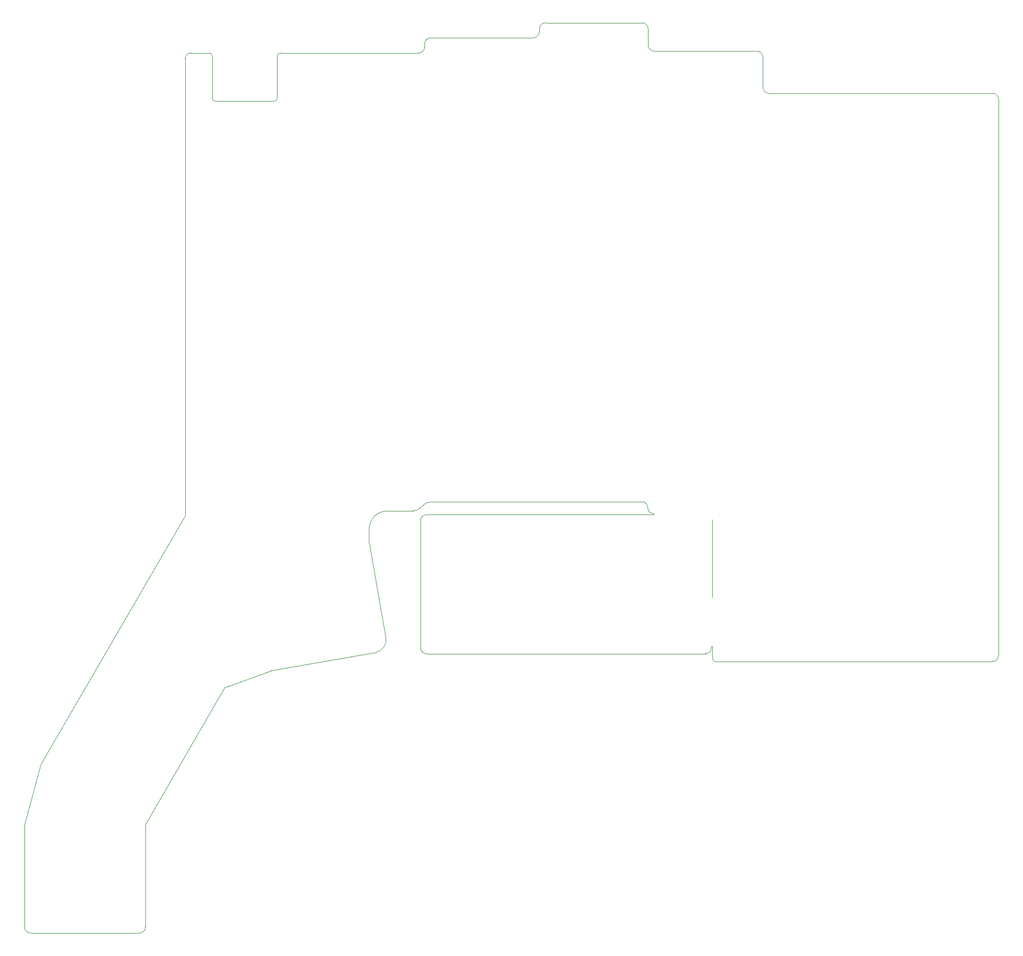
<source format=gbr>
%TF.GenerationSoftware,KiCad,Pcbnew,(6.0.4-0)*%
%TF.CreationDate,2022-10-10T22:28:30+09:00*%
%TF.ProjectId,mtk64_R_rev2,6d746b36-345f-4525-9f72-6576322e6b69,rev?*%
%TF.SameCoordinates,Original*%
%TF.FileFunction,Profile,NP*%
%FSLAX46Y46*%
G04 Gerber Fmt 4.6, Leading zero omitted, Abs format (unit mm)*
G04 Created by KiCad (PCBNEW (6.0.4-0)) date 2022-10-10 22:28:30*
%MOMM*%
%LPD*%
G01*
G04 APERTURE LIST*
%TA.AperFunction,Profile*%
%ADD10C,0.050000*%
%TD*%
G04 APERTURE END LIST*
D10*
X119938840Y-141686773D02*
G75*
G03*
X121560720Y-139371800I-348040J1969473D01*
G01*
X92739050Y-42794710D02*
X92739050Y-49794710D01*
X175746370Y-142744710D02*
X175746370Y-142200000D01*
X127300000Y-140950000D02*
X127300000Y-119895000D01*
X175746370Y-140700000D02*
X175746370Y-142200000D01*
X119938839Y-141686766D02*
X102826480Y-144710942D01*
X94772510Y-147583562D02*
X81659892Y-170295285D01*
X80659892Y-188295292D02*
G75*
G03*
X81659892Y-187295285I8J999992D01*
G01*
X203185000Y-143244710D02*
X176246370Y-143244710D01*
X89239050Y-42294710D02*
X92239050Y-42294710D01*
X103039050Y-50294750D02*
G75*
G03*
X103539050Y-49794710I-50J500050D01*
G01*
X93239050Y-50294710D02*
X103039050Y-50294710D01*
X121785000Y-118244700D02*
G75*
G03*
X118785000Y-121244710I0J-3000000D01*
G01*
X165084990Y-38294710D02*
G75*
G03*
X164085000Y-37294710I-999990J10D01*
G01*
X64339384Y-160295285D02*
X61600000Y-170295285D01*
X127985000Y-41294710D02*
X127985000Y-40794710D01*
X184135000Y-42994710D02*
X184135000Y-47994710D01*
X81659892Y-170295285D02*
X81659892Y-187295285D01*
X174585000Y-141950000D02*
X128300000Y-141950000D01*
X146035000Y-39794700D02*
G75*
G03*
X147035000Y-38794710I0J1000000D01*
G01*
X165026387Y-117769709D02*
G75*
G03*
X164026430Y-116744710I-1000087J24609D01*
G01*
X92739090Y-49794710D02*
G75*
G03*
X93239050Y-50294710I500010J10D01*
G01*
X184134990Y-42994710D02*
G75*
G03*
X183135000Y-41994710I-999990J10D01*
G01*
X165084990Y-40994710D02*
G75*
G03*
X166085000Y-41994710I1000010J10D01*
G01*
X175746370Y-132544710D02*
X175746370Y-119744710D01*
X128985000Y-39794710D02*
X146035000Y-39794710D01*
X222235000Y-143244710D02*
X203185000Y-143244710D01*
X104039050Y-42294650D02*
G75*
G03*
X103539050Y-42794710I50J-500050D01*
G01*
X127300000Y-140950000D02*
G75*
G03*
X128300000Y-141950000I1000000J0D01*
G01*
X128985000Y-39794700D02*
G75*
G03*
X127985000Y-40794710I0J-1000000D01*
G01*
X175585000Y-140700000D02*
X175585000Y-140950000D01*
X126985000Y-42294700D02*
G75*
G03*
X127985000Y-41294710I0J1000000D01*
G01*
X164026430Y-116744710D02*
X128921490Y-116744710D01*
X148035000Y-37294710D02*
X164085000Y-37294710D01*
X126075000Y-118244710D02*
X121785000Y-118244710D01*
X175746390Y-142744710D02*
G75*
G03*
X176246370Y-143244710I500010J10D01*
G01*
X118784995Y-123283640D02*
G75*
G03*
X118830100Y-123801860I3000005J40D01*
G01*
X61600000Y-187295285D02*
X61600000Y-170295285D01*
X118830100Y-123801860D02*
X121560720Y-139371800D01*
X166026430Y-118725000D02*
X166026430Y-118895000D01*
X129171490Y-116744713D02*
G75*
G03*
X127610240Y-117450000I10J-2080687D01*
G01*
X89239050Y-42294650D02*
G75*
G03*
X88239050Y-43294710I50J-1000050D01*
G01*
X223234990Y-49994710D02*
G75*
G03*
X222235000Y-48994710I-999990J10D01*
G01*
X165085000Y-38294710D02*
X165085000Y-40994710D01*
X80659892Y-188295285D02*
X62600000Y-188295285D01*
X175585000Y-140700000D02*
X175746370Y-140700000D01*
X174585000Y-141950000D02*
G75*
G03*
X175585000Y-140950000I0J1000000D01*
G01*
X118785000Y-121244710D02*
X118785002Y-123283640D01*
X94772510Y-147583562D02*
X102322490Y-144846090D01*
X88239050Y-119000000D02*
X64339384Y-160295285D01*
X126075000Y-118244708D02*
G75*
G03*
X127610240Y-117450000I28500J1825208D01*
G01*
X128300000Y-118895000D02*
G75*
G03*
X127300000Y-119895000I0J-1000000D01*
G01*
X102826479Y-144710937D02*
G75*
G03*
X102322490Y-144846090I522121J-2954263D01*
G01*
X128300000Y-118895000D02*
X166026430Y-118895000D01*
X185135000Y-48994710D02*
X222235000Y-48994710D01*
X222235000Y-143244700D02*
G75*
G03*
X223235000Y-142244710I0J1000000D01*
G01*
X88239050Y-119000000D02*
X88239050Y-43294710D01*
X61600015Y-187295285D02*
G75*
G03*
X62600000Y-188295285I999985J-15D01*
G01*
X148035000Y-37294700D02*
G75*
G03*
X147035000Y-38294710I0J-1000000D01*
G01*
X92738990Y-42794710D02*
G75*
G03*
X92239050Y-42294710I-499990J10D01*
G01*
X103539050Y-49794710D02*
X103539050Y-42794710D01*
X223235000Y-49994710D02*
X223235000Y-142244710D01*
X104039050Y-42294710D02*
X126985000Y-42294710D01*
X147035000Y-38794710D02*
X147035000Y-38294710D01*
X184134990Y-47994710D02*
G75*
G03*
X185135000Y-48994710I1000010J10D01*
G01*
X165026444Y-117769709D02*
G75*
G03*
X166026430Y-118725000I999956J45709D01*
G01*
X166085000Y-41994710D02*
X183135000Y-41994710D01*
M02*

</source>
